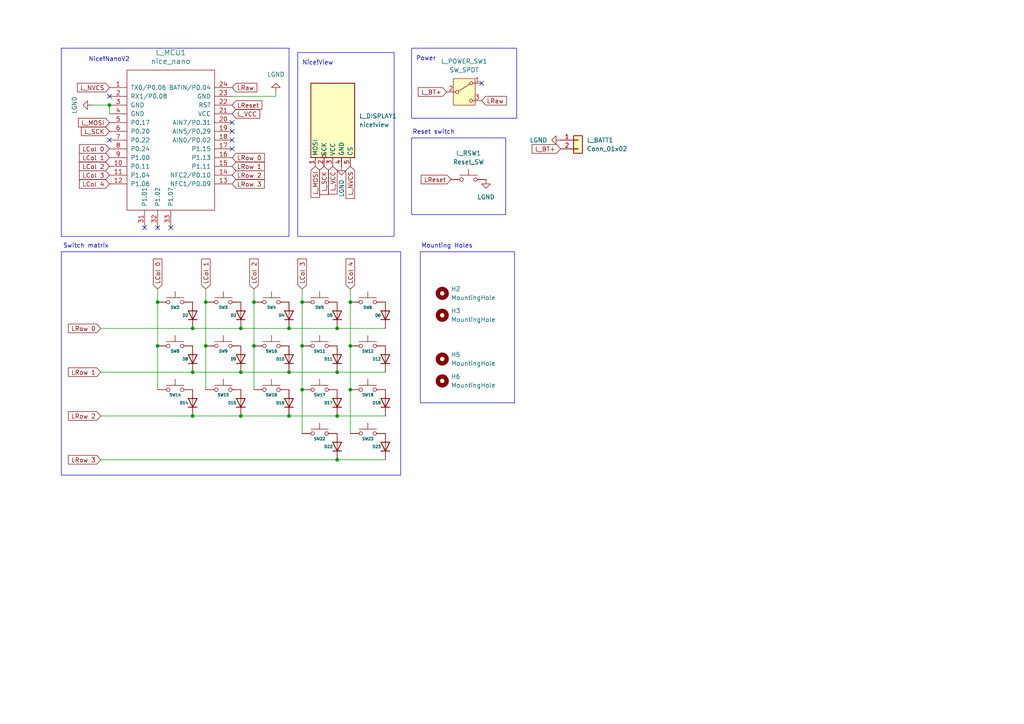
<source format=kicad_sch>
(kicad_sch (version 20231120) (generator "eeschema") (generator_version "8.0")
  (paper "A4")
  (lib_symbols
    (symbol "Connector_Generic:Conn_01x02" (pin_names (offset 1.016) hide)
      (property "Reference" "J" (at 0 2.54 0))
      (property "Value" "Conn_01x02" (at 0 -5.08 0))
      (symbol "Conn_01x02_1_1"
        (rectangle (start -1.27 -2.413) (end 0 -2.667) (stroke (width 0.1524)))
        (rectangle (start -1.27 0.127) (end 0 -0.127) (stroke (width 0.1524)))
        (rectangle (start -1.27 1.27) (end 1.27 -3.81) (stroke (width 0.254)) (fill (type background)))
        (pin passive line (at -5.08 0 0) (length 3.81) (name "Pin_1") (number "1"))
        (pin passive line (at -5.08 -2.54 0) (length 3.81) (name "Pin_2") (number "2"))
      )
    )
    (symbol "Device:D" (pin_numbers hide) (pin_names (offset 1.016) hide)
      (property "Reference" "D" (at 0 2.54 0))
      (property "Value" "D" (at 0 -2.54 0))
      (symbol "D_0_1"
        (polyline (pts (xy -1.27 1.27) (xy -1.27 -1.27)) (stroke (width 0.254)))
        (polyline (pts (xy 1.27 0) (xy -1.27 0)))
        (polyline (pts (xy 1.27 1.27) (xy 1.27 -1.27) (xy -1.27 0) (xy 1.27 1.27)) (stroke (width 0.254)))
      )
      (symbol "D_1_1"
        (pin passive line (at -3.81 0 0) (length 2.54) (name "K") (number "1"))
        (pin passive line (at 3.81 0 180) (length 2.54) (name "A") (number "2"))
      )
    )
    (symbol "Mechanical:MountingHole" (pin_names (offset 1.016)) (exclude_from_sim yes) (in_bom no)
      (property "Reference" "H" (at 0 5.08 0))
      (property "Value" "MountingHole" (at 0 3.175 0))
      (symbol "MountingHole_0_1"
        (circle (center 0 0) (radius 1.27) (stroke (width 1.27)))
      )
    )
    (symbol "Switch:SW_Push" (pin_numbers hide) (pin_names (offset 1.016) hide)
      (property "Reference" "SW" (at 1.27 2.54 0))
      (property "Value" "SW_Push" (at 0 -1.524 0))
      (symbol "SW_Push_0_1"
        (circle (center -2.032 0) (radius 0.508))
        (polyline (pts (xy 0 1.27) (xy 0 3.048)))
        (polyline (pts (xy 2.54 1.27) (xy -2.54 1.27)))
        (circle (center 2.032 0) (radius 0.508))
        (pin passive line (at -5.08 0 0) (length 2.54) (name "1") (number "1"))
        (pin passive line (at 5.08 0 180) (length 2.54) (name "2") (number "2"))
      )
    )
    (symbol "Switch:SW_SPDT" (pin_names (offset 0) hide)
      (property "Reference" "SW" (at 0 5.08 0))
      (property "Value" "SW_SPDT" (at 0 -5.08 0))
      (symbol "SW_SPDT_0_1"
        (circle (center -2.032 0) (radius 0.4572))
        (polyline (pts (xy -1.651 0.254) (xy 1.651 2.286)))
        (circle (center 2.032 -2.54) (radius 0.4572))
        (circle (center 2.032 2.54) (radius 0.4572))
      )
      (symbol "SW_SPDT_1_1"
        (rectangle (start -3.175 3.81) (end 3.175 -3.81) (fill (type background)))
        (pin passive line (at 5.08 2.54 180) (length 2.54) (name "A") (number "1"))
        (pin passive line (at -5.08 0 0) (length 2.54) (name "B") (number "2"))
        (pin passive line (at 5.08 -2.54 180) (length 2.54) (name "C") (number "3"))
      )
    )
    (symbol "nice_nano:nice!view"
      (property "Reference" "Display1" (at -3.81 1.2669 0))
      (property "Value" "nice!view" (at -3.81 -1.27 0))
      (symbol "nice!view_0_1"
        (rectangle (start -6.35 11.43) (end 6.35 -10.16) (stroke (width 0.254)) (fill (type background)))
      )
      (symbol "nice!view_1_1"
        (pin input line (at -5.08 -12.7 90) (length 2.54) (name "MOSI") (number "1"))
        (pin input clock (at -2.54 -12.7 90) (length 2.54) (name "SCK") (number "2"))
        (pin power_in line (at 0 -12.7 90) (length 2.54) (name "VCC") (number "3"))
        (pin power_out line (at 2.54 -12.7 90) (length 2.54) (name "GND") (number "4"))
        (pin passive line (at 5.08 -12.7 90) (length 2.54) (name "CS") (number "5"))
      )
    )
    (symbol "nice_nano:nice_nano" (pin_names (offset 1.016))
      (property "Reference" "U1" (at 0 23.4539 0))
      (property "Value" "nice_nano" (at 0 20.1749 0))
      (symbol "nice_nano_0_1"
        (rectangle (start -12.7 -21.59) (end 12.7 19.05))
      )
      (symbol "nice_nano_1_1"
        (pin input line (at -17.78 13.97 0) (length 5.08) (name "TX0/P0.06") (number "1"))
        (pin input line (at -17.78 -8.89 0) (length 5.08) (name "P0.11") (number "10"))
        (pin input line (at -17.78 -11.43 0) (length 5.08) (name "P1.04") (number "11"))
        (pin input line (at -17.78 -13.97 0) (length 5.08) (name "P1.06") (number "12"))
        (pin input line (at 17.78 -13.97 180) (length 5.08) (name "NFC1/P0.09") (number "13"))
        (pin input line (at 17.78 -11.43 180) (length 5.08) (name "NFC2/P0.10") (number "14"))
        (pin input line (at 17.78 -8.89 180) (length 5.08) (name "P1.11") (number "15"))
        (pin input line (at 17.78 -6.35 180) (length 5.08) (name "P1.13") (number "16"))
        (pin input line (at 17.78 -3.81 180) (length 5.08) (name "P1.15") (number "17"))
        (pin input line (at 17.78 -1.27 180) (length 5.08) (name "AIN0/P0.02") (number "18"))
        (pin input line (at 17.78 1.27 180) (length 5.08) (name "AIN5/P0.29") (number "19"))
        (pin input line (at -17.78 11.43 0) (length 5.08) (name "RX1/P0.08") (number "2"))
        (pin input line (at 17.78 3.81 180) (length 5.08) (name "AIN7/P0.31") (number "20"))
        (pin input line (at 17.78 6.35 180) (length 5.08) (name "VCC") (number "21"))
        (pin input line (at 17.78 8.89 180) (length 5.08) (name "RST") (number "22"))
        (pin input line (at 17.78 11.43 180) (length 5.08) (name "GND") (number "23"))
        (pin input line (at 17.78 13.97 180) (length 5.08) (name "BATIN/P0.04") (number "24"))
        (pin input line (at -17.78 8.89 0) (length 5.08) (name "GND") (number "3"))
        (pin input line (at -7.62 -26.67 90) (length 5.08) (name "P1.01") (number "31"))
        (pin input line (at -3.81 -26.67 90) (length 5.08) (name "P1.02") (number "32"))
        (pin input line (at 0 -26.67 90) (length 5.08) (name "P1.07") (number "33"))
        (pin input line (at -17.78 6.35 0) (length 5.08) (name "GND") (number "4"))
        (pin input line (at -17.78 3.81 0) (length 5.08) (name "P0.17") (number "5"))
        (pin input line (at -17.78 1.27 0) (length 5.08) (name "P0.20") (number "6"))
        (pin input line (at -17.78 -1.27 0) (length 5.08) (name "P0.22") (number "7"))
        (pin input line (at -17.78 -3.81 0) (length 5.08) (name "P0.24") (number "8"))
        (pin input line (at -17.78 -6.35 0) (length 5.08) (name "P1.00") (number "9"))
      )
    )
    (symbol "power:GND" (power) (pin_numbers hide) (pin_names (offset 0) hide)
      (property "Value" "GND" (at 0 -3.81 0))
      (symbol "GND_0_1"
        (polyline (pts (xy 0 0) (xy 0 -1.27) (xy 1.27 -1.27) (xy 0 -2.54) (xy -1.27 -1.27) (xy 0 -1.27)))
      )
      (symbol "GND_1_1"
        (pin power_in line (at 0 0 270) (length 0) (name "~") (number "1"))
      )
    )
  )
  (junction (at 83.82 95.25))
  (junction (at 101.6 100.33))
  (junction (at 45.72 87.63))
  (junction (at 83.82 120.65))
  (junction (at 55.88 107.95))
  (junction (at 73.66 100.33))
  (junction (at 55.88 120.65))
  (junction (at 69.85 107.95))
  (junction (at 97.79 107.95))
  (junction (at 97.79 120.65))
  (junction (at 59.69 87.63))
  (junction (at 101.6 113.03))
  (junction (at 59.69 100.33))
  (junction (at 73.66 87.63))
  (junction (at 55.88 95.25))
  (junction (at 45.72 100.33))
  (junction (at 97.79 133.35))
  (junction (at 83.82 107.95))
  (junction (at 69.85 95.25))
  (junction (at 87.63 113.03))
  (junction (at 87.63 100.33))
  (junction (at 97.79 95.25))
  (junction (at 69.85 120.65))
  (junction (at 101.6 87.63))
  (junction (at 31.75 30.48))
  (junction (at 87.63 87.63))
  (no_connect (at 31.75 27.94))
  (no_connect (at 45.72 66.04))
  (no_connect (at 67.31 40.64))
  (no_connect (at 67.31 43.18))
  (no_connect (at 67.31 38.1))
  (no_connect (at 49.53 66.04))
  (no_connect (at 67.31 35.56))
  (no_connect (at 31.75 40.64))
  (no_connect (at 41.91 66.04))
  (no_connect (at 139.7 24.13))
  (wire (pts (xy 59.69 83.82) (xy 59.69 87.63)))
  (wire (pts (xy 97.79 120.65) (xy 111.76 120.65)))
  (wire (pts (xy 55.88 95.25) (xy 69.85 95.25)))
  (wire (pts (xy 80.01 27.94) (xy 80.01 26.67)))
  (wire (pts (xy 55.88 120.65) (xy 69.85 120.65)))
  (wire (pts (xy 45.72 87.63) (xy 45.72 100.33)))
  (wire (pts (xy 87.63 83.82) (xy 87.63 87.63)))
  (wire (pts (xy 101.6 113.03) (xy 101.6 125.73)))
  (wire (pts (xy 101.6 83.82) (xy 101.6 87.63)))
  (wire (pts (xy 83.82 107.95) (xy 97.79 107.95)))
  (wire (pts (xy 59.69 87.63) (xy 59.69 100.33)))
  (wire (pts (xy 69.85 120.65) (xy 83.82 120.65)))
  (wire (pts (xy 69.85 95.25) (xy 83.82 95.25)))
  (wire (pts (xy 97.79 95.25) (xy 111.76 95.25)))
  (wire (pts (xy 97.79 107.95) (xy 111.76 107.95)))
  (wire (pts (xy 101.6 100.33) (xy 101.6 113.03)))
  (wire (pts (xy 101.6 87.63) (xy 101.6 100.33)))
  (wire (pts (xy 55.88 107.95) (xy 69.85 107.95)))
  (wire (pts (xy 45.72 100.33) (xy 45.72 113.03)))
  (wire (pts (xy 26.67 30.48) (xy 31.75 30.48)))
  (wire (pts (xy 69.85 107.95) (xy 83.82 107.95)))
  (wire (pts (xy 29.21 107.95) (xy 55.88 107.95)))
  (wire (pts (xy 73.66 83.82) (xy 73.66 87.63)))
  (wire (pts (xy 45.72 83.82) (xy 45.72 87.63)))
  (wire (pts (xy 83.82 95.25) (xy 97.79 95.25)))
  (wire (pts (xy 87.63 87.63) (xy 87.63 100.33)))
  (wire (pts (xy 87.63 100.33) (xy 87.63 113.03)))
  (wire (pts (xy 67.31 27.94) (xy 80.01 27.94)))
  (wire (pts (xy 83.82 120.65) (xy 97.79 120.65)))
  (wire (pts (xy 97.79 133.35) (xy 111.76 133.35)))
  (wire (pts (xy 73.66 87.63) (xy 73.66 100.33)))
  (wire (pts (xy 87.63 113.03) (xy 87.63 125.73)))
  (wire (pts (xy 29.21 133.35) (xy 97.79 133.35)))
  (wire (pts (xy 59.69 100.33) (xy 59.69 113.03)))
  (wire (pts (xy 73.66 100.33) (xy 73.66 113.03)))
  (wire (pts (xy 29.21 120.65) (xy 55.88 120.65)))
  (wire (pts (xy 29.21 95.25) (xy 55.88 95.25)))
  (wire (pts (xy 31.75 33.02) (xy 31.75 30.48)))
  (rectangle (start 119.38 13.97) (end 149.86 34.29))
  (rectangle (start 17.78 13.97) (end 83.82 68.58))
  (rectangle (start 119.38 40.005) (end 146.685 62.23))
  (rectangle (start 86.36 15.24) (end 114.3 68.58))
  (rectangle (start 121.92 73.025) (end 149.225 116.84))
  (rectangle (start 17.78 73.025) (end 116.205 137.795))
  (text "Switch matrix" (at 18.288 72.136 0) (effects (font (size 1.27 1.27)) (justify left bottom)))
  (text "Nice!View\n" (at 87.63 19.05 0) (effects (font (size 1.27 1.27)) (justify left bottom)))
  (text "Mounting Holes" (at 122.174 72.136 0) (effects (font (size 1.27 1.27)) (justify left bottom)))
  (text "Nice!NanoV2\n" (at 25.654 18.034 0) (effects (font (size 1.27 1.27)) (justify left bottom)))
  (text "Power" (at 120.65 17.78 0) (effects (font (size 1.27 1.27)) (justify left bottom)))
  (text "Reset switch" (at 119.634 39.116 0) (effects (font (size 1.27 1.27)) (justify left bottom)))
  (global_label "LRow 1" (shape input) (at 67.31 48.26 0) (property "Intersheetrefs" "${INTERSHEET_REFS}" (effects (hide yes))))
  (global_label "L_VCC" (shape input) (at 96.52 48.26 270) (property "Intersheetrefs" "${INTERSHEET_REFS}" (effects (hide yes))))
  (global_label "LRow 2" (shape input) (at 29.21 120.65 180) (property "Intersheetrefs" "${INTERSHEET_REFS}" (effects (hide yes))))
  (global_label "LCol 1" (shape input) (at 31.75 45.72 180) (property "Intersheetrefs" "${INTERSHEET_REFS}" (effects (hide yes))))
  (global_label "LRaw" (shape input) (at 139.7 29.21 0) (property "Intersheetrefs" "${INTERSHEET_REFS}" (effects (hide yes))))
  (global_label "LRow 3" (shape input) (at 67.31 53.34 0) (property "Intersheetrefs" "${INTERSHEET_REFS}" (effects (hide yes))))
  (global_label "L_MOSI" (shape input) (at 31.75 35.56 180) (property "Intersheetrefs" "${INTERSHEET_REFS}" (effects (hide yes))))
  (global_label "LCol 4" (shape input) (at 31.75 53.34 180) (property "Intersheetrefs" "${INTERSHEET_REFS}" (effects (hide yes))))
  (global_label "LCol 2" (shape input) (at 73.66 83.82 90) (property "Intersheetrefs" "${INTERSHEET_REFS}" (effects (hide yes))))
  (global_label "LRow 3" (shape input) (at 29.21 133.35 180) (property "Intersheetrefs" "${INTERSHEET_REFS}" (effects (hide yes))))
  (global_label "LCol 4" (shape input) (at 101.6 83.82 90) (property "Intersheetrefs" "${INTERSHEET_REFS}" (effects (hide yes))))
  (global_label "LCol 2" (shape input) (at 31.75 48.26 180) (property "Intersheetrefs" "${INTERSHEET_REFS}" (effects (hide yes))))
  (global_label "L_BT+" (shape input) (at 162.56 43.18 180) (property "Intersheetrefs" "${INTERSHEET_REFS}" (effects (hide yes))))
  (global_label "L_BT+" (shape input) (at 129.54 26.67 180) (property "Intersheetrefs" "${INTERSHEET_REFS}" (effects (hide yes))))
  (global_label "LReset" (shape input) (at 130.81 52.07 180) (property "Intersheetrefs" "${INTERSHEET_REFS}" (effects (hide yes))))
  (global_label "LRaw" (shape input) (at 67.31 25.4 0) (property "Intersheetrefs" "${INTERSHEET_REFS}" (effects (hide yes))))
  (global_label "LCol 0" (shape input) (at 45.72 83.82 90) (property "Intersheetrefs" "${INTERSHEET_REFS}" (effects (hide yes))))
  (global_label "LCol 3" (shape input) (at 31.75 50.8 180) (property "Intersheetrefs" "${INTERSHEET_REFS}" (effects (hide yes))))
  (global_label "LRow 0" (shape input) (at 67.31 45.72 0) (property "Intersheetrefs" "${INTERSHEET_REFS}" (effects (hide yes))))
  (global_label "L_NVCS" (shape input) (at 101.6 48.26 270) (property "Intersheetrefs" "${INTERSHEET_REFS}" (effects (hide yes))))
  (global_label "LCol 0" (shape input) (at 31.75 43.18 180) (property "Intersheetrefs" "${INTERSHEET_REFS}" (effects (hide yes))))
  (global_label "LRow 2" (shape input) (at 67.31 50.8 0) (property "Intersheetrefs" "${INTERSHEET_REFS}" (effects (hide yes))))
  (global_label "L_SCK" (shape input) (at 31.75 38.1 180) (property "Intersheetrefs" "${INTERSHEET_REFS}" (effects (hide yes))))
  (global_label "LRow 1" (shape input) (at 29.21 107.95 180) (property "Intersheetrefs" "${INTERSHEET_REFS}" (effects (hide yes))))
  (global_label "L_VCC" (shape input) (at 67.31 33.02 0) (property "Intersheetrefs" "${INTERSHEET_REFS}" (effects (hide yes))))
  (global_label "LCol 1" (shape input) (at 59.69 83.82 90) (property "Intersheetrefs" "${INTERSHEET_REFS}" (effects (hide yes))))
  (global_label "LReset" (shape input) (at 67.31 30.48 0) (property "Intersheetrefs" "${INTERSHEET_REFS}" (effects (hide yes))))
  (global_label "L_SCK" (shape input) (at 93.98 48.26 270) (property "Intersheetrefs" "${INTERSHEET_REFS}" (effects (hide yes))))
  (global_label "LCol 3" (shape input) (at 87.63 83.82 90) (property "Intersheetrefs" "${INTERSHEET_REFS}" (effects (hide yes))))
  (global_label "L_MOSI" (shape input) (at 91.44 48.26 270) (property "Intersheetrefs" "${INTERSHEET_REFS}" (effects (hide yes))))
  (global_label "L_NVCS" (shape input) (at 31.75 25.4 180) (property "Intersheetrefs" "${INTERSHEET_REFS}" (effects (hide yes))))
  (global_label "LRow 0" (shape input) (at 29.21 95.25 180) (property "Intersheetrefs" "${INTERSHEET_REFS}" (effects (hide yes))))
  (symbol (lib_id "Switch:SW_Push") (at 92.71 100.33 0) (unit 1)
    (property "Reference" "SW11" (at 92.71 101.854 0) (effects (font (size 0.8128 0.8128))))
    (property "Value" "SW_Push" (effects (hide yes)))
    (property "Footprint" "axseem:SW_MX_Choc-v1v2_Hotswap" (effects (hide yes)))
    (property "Description" "Push button switch, generic, two pins" (effects (hide yes)))
  )
  (symbol (lib_id "Switch:SW_Push") (at 64.77 100.33 0) (unit 1)
    (property "Reference" "SW9" (at 64.77 101.854 0) (effects (font (size 0.8128 0.8128))))
    (property "Value" "SW_Push" (effects (hide yes)))
    (property "Footprint" "axseem:SW_MX_Choc-v1v2_Hotswap" (effects (hide yes)))
    (property "Description" "Push button switch, generic, two pins" (effects (hide yes)))
  )
  (symbol (lib_id "Switch:SW_Push") (at 64.77 113.03 0) (unit 1)
    (property "Reference" "SW15" (at 64.77 114.554 0) (effects (font (size 0.8128 0.8128))))
    (property "Value" "SW_Push" (effects (hide yes)))
    (property "Footprint" "axseem:SW_MX_Choc-v1v2_Hotswap" (effects (hide yes)))
    (property "Description" "Push button switch, generic, two pins" (effects (hide yes)))
  )
  (symbol (lib_id "power:GND") (at 99.06 48.26 0) (unit 1)
    (property "Reference" "#PWR05" (effects (hide yes)))
    (property "Value" "LGND" (at 99.0599 52.07 90) (effects (justify right)))
    (property "Description" "Power symbol creates a global label with name \"GND\" , ground" (effects (hide yes)))
  )
  (symbol (lib_id "power:GND") (at 140.97 52.07 0) (unit 1)
    (property "Reference" "#PWR09" (effects (hide yes)))
    (property "Value" "LGND" (at 140.97 57.15 0))
    (property "Description" "Power symbol creates a global label with name \"GND\" , ground" (effects (hide yes)))
  )
  (symbol (lib_id "Switch:SW_Push") (at 106.68 100.33 0) (unit 1)
    (property "Reference" "SW12" (at 106.68 101.854 0) (effects (font (size 0.8128 0.8128))))
    (property "Value" "SW_Push" (effects (hide yes)))
    (property "Footprint" "axseem:SW_MX_Choc-v1v2_Hotswap" (effects (hide yes)))
    (property "Description" "Push button switch, generic, two pins" (effects (hide yes)))
  )
  (symbol (lib_id "Mechanical:MountingHole") (at 128.27 85.09 0) (unit 1) (exclude_from_sim yes) (in_bom no)
    (property "Reference" "H2" (at 130.81 83.8199 0) (effects (justify left)))
    (property "Value" "MountingHole" (at 130.81 86.3599 0) (effects (justify left)))
    (property "Footprint" "MountingHole:MountingHole_2.2mm_M2" (effects (hide yes)))
    (property "Description" "Mounting Hole without connection" (effects (hide yes)))
  )
  (symbol (lib_id "Switch:SW_SPDT") (at 134.62 26.67 0) (unit 1)
    (property "Reference" "L_POWER_SW1" (at 134.62 17.78 0))
    (property "Value" "SW_SPDT" (at 134.62 20.32 0))
    (property "Footprint" "axseem:smt-slider-switch" (effects (hide yes)))
    (property "Description" "Switch, single pole double throw" (effects (hide yes)))
  )
  (symbol (lib_id "Switch:SW_Push") (at 106.68 113.03 0) (unit 1)
    (property "Reference" "SW18" (at 106.68 114.554 0) (effects (font (size 0.8128 0.8128))))
    (property "Value" "SW_Push" (effects (hide yes)))
    (property "Footprint" "axseem:SW_MX_Choc-v1v2_Hotswap" (effects (hide yes)))
    (property "Description" "Push button switch, generic, two pins" (effects (hide yes)))
  )
  (symbol (lib_id "power:GND") (at 162.56 40.64 270) (unit 1)
    (property "Reference" "#PWR04" (effects (hide yes)))
    (property "Value" "LGND" (at 158.75 40.6399 90) (effects (justify right)))
    (property "Description" "Power symbol creates a global label with name \"GND\" , ground" (effects (hide yes)))
  )
  (symbol (lib_id "Device:D") (at 111.76 91.44 90) (unit 1)
    (property "Reference" "D6" (at 110.49 91.44 90) (effects (font (size 0.8128 0.8128)) (justify left)))
    (property "Value" "D" (effects (hide yes)))
    (property "Footprint" "axseem:D_SOD-123_Handsoldering" (effects (hide yes)))
    (property "Description" "Diode" (effects (hide yes)))
    (property "Sim.Device" "D" (effects (hide yes)))
    (property "Sim.Pins" "1=K 2=A" (effects (hide yes)))
  )
  (symbol (lib_id "Mechanical:MountingHole") (at 128.27 110.49 0) (unit 1) (exclude_from_sim yes) (in_bom no)
    (property "Reference" "H6" (at 130.81 109.2199 0) (effects (justify left)))
    (property "Value" "MountingHole" (at 130.81 111.7599 0) (effects (justify left)))
    (property "Footprint" "MountingHole:MountingHole_2.2mm_M2" (effects (hide yes)))
    (property "Description" "Mounting Hole without connection" (effects (hide yes)))
  )
  (symbol (lib_id "power:GND") (at 80.01 26.67 180) (unit 1)
    (property "Reference" "#PWR011" (effects (hide yes)))
    (property "Value" "LGND" (at 80.01 21.59 0))
    (property "Description" "Power symbol creates a global label with name \"GND\" , ground" (effects (hide yes)))
  )
  (symbol (lib_id "Device:D") (at 83.82 104.14 90) (unit 1)
    (property "Reference" "D10" (at 82.55 104.14 90) (effects (font (size 0.8128 0.8128)) (justify left)))
    (property "Value" "D" (effects (hide yes)))
    (property "Footprint" "axseem:D_SOD-123_Handsoldering" (effects (hide yes)))
    (property "Description" "Diode" (effects (hide yes)))
    (property "Sim.Device" "D" (effects (hide yes)))
    (property "Sim.Pins" "1=K 2=A" (effects (hide yes)))
  )
  (symbol (lib_id "Device:D") (at 55.88 104.14 90) (unit 1)
    (property "Reference" "D8" (at 54.61 104.14 90) (effects (font (size 0.8128 0.8128)) (justify left)))
    (property "Value" "D" (effects (hide yes)))
    (property "Footprint" "axseem:D_SOD-123_Handsoldering" (effects (hide yes)))
    (property "Description" "Diode" (effects (hide yes)))
    (property "Sim.Device" "D" (effects (hide yes)))
    (property "Sim.Pins" "1=K 2=A" (effects (hide yes)))
  )
  (symbol (lib_id "Switch:SW_Push") (at 64.77 87.63 0) (unit 1)
    (property "Reference" "SW3" (at 64.77 89.154 0) (effects (font (size 0.8128 0.8128))))
    (property "Value" "SW_Push" (effects (hide yes)))
    (property "Footprint" "axseem:SW_MX_Choc-v1v2_Hotswap" (effects (hide yes)))
    (property "Description" "Push button switch, generic, two pins" (effects (hide yes)))
  )
  (symbol (lib_id "Switch:SW_Push") (at 78.74 113.03 0) (unit 1)
    (property "Reference" "SW16" (at 78.74 114.554 0) (effects (font (size 0.8128 0.8128))))
    (property "Value" "SW_Push" (effects (hide yes)))
    (property "Footprint" "axseem:SW_MX_Choc-v1v2_Hotswap" (effects (hide yes)))
    (property "Description" "Push button switch, generic, two pins" (effects (hide yes)))
  )
  (symbol (lib_id "Switch:SW_Push") (at 106.68 125.73 0) (unit 1)
    (property "Reference" "SW23" (at 106.68 127.254 0) (effects (font (size 0.8128 0.8128))))
    (property "Value" "SW_Push" (effects (hide yes)))
    (property "Footprint" "axseem:SW_MX_Choc-v1v2_Hotswap" (effects (hide yes)))
    (property "Description" "Push button switch, generic, two pins" (effects (hide yes)))
  )
  (symbol (lib_id "Connector_Generic:Conn_01x02") (at 167.64 40.64 0) (unit 1)
    (property "Reference" "L_BATT1" (at 170.18 40.6399 0) (effects (justify left)))
    (property "Value" "Conn_01x02" (at 170.18 43.1799 0) (effects (justify left)))
    (property "Footprint" "Connector_JST:JST_PH_S2B-PH-K_1x02_P2.00mm_Horizontal" (effects (hide yes)))
    (property "Description" "Generic connector, single row, 01x02, script generated (kicad-library-utils/schlib/autogen/connector/)" (effects (hide yes)))
  )
  (symbol (lib_id "Mechanical:MountingHole") (at 128.27 104.14 0) (unit 1) (exclude_from_sim yes) (in_bom no)
    (property "Reference" "H5" (at 130.81 102.8699 0) (effects (justify left)))
    (property "Value" "MountingHole" (at 130.81 105.4099 0) (effects (justify left)))
    (property "Footprint" "MountingHole:MountingHole_2.2mm_M2" (effects (hide yes)))
    (property "Description" "Mounting Hole without connection" (effects (hide yes)))
  )
  (symbol (lib_id "power:GND") (at 26.67 30.48 270) (unit 1)
    (property "Reference" "#PWR021" (effects (hide yes)))
    (property "Value" "LGND" (at 21.59 30.48 0))
    (property "Description" "Power symbol creates a global label with name \"GND\" , ground" (effects (hide yes)))
  )
  (symbol (lib_id "Switch:SW_Push") (at 92.71 125.73 0) (unit 1)
    (property "Reference" "SW22" (at 92.71 127.254 0) (effects (font (size 0.8128 0.8128))))
    (property "Value" "SW_Push" (effects (hide yes)))
    (property "Footprint" "axseem:SW_MX_Choc-v1v2_Hotswap" (effects (hide yes)))
    (property "Description" "Push button switch, generic, two pins" (effects (hide yes)))
  )
  (symbol (lib_id "Device:D") (at 111.76 129.54 90) (unit 1)
    (property "Reference" "D23" (at 110.49 129.54 90) (effects (font (size 0.8128 0.8128)) (justify left)))
    (property "Value" "D" (effects (hide yes)))
    (property "Footprint" "axseem:D_SOD-123_Handsoldering" (effects (hide yes)))
    (property "Description" "Diode" (effects (hide yes)))
    (property "Sim.Device" "D" (effects (hide yes)))
    (property "Sim.Pins" "1=K 2=A" (effects (hide yes)))
  )
  (symbol (lib_id "Switch:SW_Push") (at 50.8 100.33 0) (unit 1)
    (property "Reference" "SW8" (at 50.8 101.854 0) (effects (font (size 0.8128 0.8128))))
    (property "Value" "SW_Push" (effects (hide yes)))
    (property "Footprint" "axseem:SW_MX_Choc-v1v2_Hotswap" (effects (hide yes)))
    (property "Description" "Push button switch, generic, two pins" (effects (hide yes)))
  )
  (symbol (lib_id "Device:D") (at 97.79 91.44 90) (unit 1)
    (property "Reference" "D5" (at 96.52 91.44 90) (effects (font (size 0.8128 0.8128)) (justify left)))
    (property "Value" "D" (effects (hide yes)))
    (property "Footprint" "axseem:D_SOD-123_Handsoldering" (effects (hide yes)))
    (property "Description" "Diode" (effects (hide yes)))
    (property "Sim.Device" "D" (effects (hide yes)))
    (property "Sim.Pins" "1=K 2=A" (effects (hide yes)))
  )
  (symbol (lib_id "nice_nano:nice!view") (at 96.52 35.56 0) (unit 1)
    (property "Reference" "L_DISPLAY1" (at 104.14 33.6549 0) (effects (justify left)))
    (property "Value" "nice!view" (at 104.14 36.1949 0) (effects (justify left)))
    (property "Footprint" "axseem:nice_view" (effects (hide yes)))
    (property "Datasheet" "https://nicekeyboards.com/docs/nice-view/pinout-schematic" (effects (hide yes)))
  )
  (symbol (lib_id "Device:D") (at 111.76 104.14 90) (unit 1)
    (property "Reference" "D12" (at 110.49 104.14 90) (effects (font (size 0.8128 0.8128)) (justify left)))
    (property "Value" "D" (effects (hide yes)))
    (property "Footprint" "axseem:D_SOD-123_Handsoldering" (effects (hide yes)))
    (property "Description" "Diode" (effects (hide yes)))
    (property "Sim.Device" "D" (effects (hide yes)))
    (property "Sim.Pins" "1=K 2=A" (effects (hide yes)))
  )
  (symbol (lib_id "Device:D") (at 83.82 91.44 90) (unit 1)
    (property "Reference" "D4" (at 82.55 91.44 90) (effects (font (size 0.8128 0.8128)) (justify left)))
    (property "Value" "D" (effects (hide yes)))
    (property "Footprint" "axseem:D_SOD-123_Handsoldering" (effects (hide yes)))
    (property "Description" "Diode" (effects (hide yes)))
    (property "Sim.Device" "D" (effects (hide yes)))
    (property "Sim.Pins" "1=K 2=A" (effects (hide yes)))
  )
  (symbol (lib_id "Device:D") (at 55.88 91.44 90) (unit 1)
    (property "Reference" "D2" (at 54.61 91.44 90) (effects (font (size 0.8128 0.8128)) (justify left)))
    (property "Value" "D" (effects (hide yes)))
    (property "Footprint" "axseem:D_SOD-123_Handsoldering" (effects (hide yes)))
    (property "Description" "Diode" (effects (hide yes)))
    (property "Sim.Device" "D" (effects (hide yes)))
    (property "Sim.Pins" "1=K 2=A" (effects (hide yes)))
  )
  (symbol (lib_id "Switch:SW_Push") (at 92.71 87.63 0) (unit 1)
    (property "Reference" "SW5" (at 92.71 89.154 0) (effects (font (size 0.8128 0.8128))))
    (property "Value" "SW_Push" (effects (hide yes)))
    (property "Footprint" "axseem:SW_MX_Choc-v1v2_Hotswap" (effects (hide yes)))
    (property "Description" "Push button switch, generic, two pins" (effects (hide yes)))
  )
  (symbol (lib_id "nice_nano:nice_nano") (at 49.53 39.37 0) (unit 1)
    (property "Reference" "L_MCU1" (at 49.53 15.24 0) (effects (font (size 1.524 1.524))))
    (property "Value" "nice_nano" (at 49.53 17.78 0) (effects (font (size 1.524 1.524))))
    (property "Footprint" "axseem:nice_nano" (effects (hide yes)))
  )
  (symbol (lib_id "Device:D") (at 97.79 116.84 90) (unit 1)
    (property "Reference" "D17" (at 96.52 116.84 90) (effects (font (size 0.8128 0.8128)) (justify left)))
    (property "Value" "D" (effects (hide yes)))
    (property "Footprint" "axseem:D_SOD-123_Handsoldering" (effects (hide yes)))
    (property "Description" "Diode" (effects (hide yes)))
    (property "Sim.Device" "D" (effects (hide yes)))
    (property "Sim.Pins" "1=K 2=A" (effects (hide yes)))
  )
  (symbol (lib_id "Switch:SW_Push") (at 135.89 52.07 0) (unit 1)
    (property "Reference" "L_RSW1" (at 135.89 44.45 0))
    (property "Value" "Reset_SW" (at 135.89 46.99 0))
    (property "Footprint" "axseem:SMD_RESET" (effects (hide yes)))
    (property "Description" "Push button switch, generic, two pins" (effects (hide yes)))
  )
  (symbol (lib_id "Device:D") (at 69.85 116.84 90) (unit 1)
    (property "Reference" "D15" (at 68.58 116.84 90) (effects (font (size 0.8128 0.8128)) (justify left)))
    (property "Value" "D" (effects (hide yes)))
    (property "Footprint" "axseem:D_SOD-123_Handsoldering" (effects (hide yes)))
    (property "Description" "Diode" (effects (hide yes)))
    (property "Sim.Device" "D" (effects (hide yes)))
    (property "Sim.Pins" "1=K 2=A" (effects (hide yes)))
  )
  (symbol (lib_id "Switch:SW_Push") (at 78.74 100.33 0) (unit 1)
    (property "Reference" "SW10" (at 78.74 101.854 0) (effects (font (size 0.8128 0.8128))))
    (property "Value" "SW_Push" (effects (hide yes)))
    (property "Footprint" "axseem:SW_MX_Choc-v1v2_Hotswap" (effects (hide yes)))
    (property "Description" "Push button switch, generic, two pins" (effects (hide yes)))
  )
  (symbol (lib_id "Device:D") (at 111.76 116.84 90) (unit 1)
    (property "Reference" "D18" (at 110.49 116.84 90) (effects (font (size 0.8128 0.8128)) (justify left)))
    (property "Value" "D" (effects (hide yes)))
    (property "Footprint" "axseem:D_SOD-123_Handsoldering" (effects (hide yes)))
    (property "Description" "Diode" (effects (hide yes)))
    (property "Sim.Device" "D" (effects (hide yes)))
    (property "Sim.Pins" "1=K 2=A" (effects (hide yes)))
  )
  (symbol (lib_id "Device:D") (at 69.85 91.44 90) (unit 1)
    (property "Reference" "D3" (at 68.58 91.44 90) (effects (font (size 0.8128 0.8128)) (justify left)))
    (property "Value" "D" (effects (hide yes)))
    (property "Footprint" "axseem:D_SOD-123_Handsoldering" (effects (hide yes)))
    (property "Description" "Diode" (effects (hide yes)))
    (property "Sim.Device" "D" (effects (hide yes)))
    (property "Sim.Pins" "1=K 2=A" (effects (hide yes)))
  )
  (symbol (lib_id "Device:D") (at 69.85 104.14 90) (unit 1)
    (property "Reference" "D9" (at 68.58 104.14 90) (effects (font (size 0.8128 0.8128)) (justify left)))
    (property "Value" "D" (effects (hide yes)))
    (property "Footprint" "axseem:D_SOD-123_Handsoldering" (effects (hide yes)))
    (property "Description" "Diode" (effects (hide yes)))
    (property "Sim.Device" "D" (effects (hide yes)))
    (property "Sim.Pins" "1=K 2=A" (effects (hide yes)))
  )
  (symbol (lib_id "Device:D") (at 97.79 129.54 90) (unit 1)
    (property "Reference" "D22" (at 96.52 129.54 90) (effects (font (size 0.8128 0.8128)) (justify left)))
    (property "Value" "D" (effects (hide yes)))
    (property "Footprint" "axseem:D_SOD-123_Handsoldering" (effects (hide yes)))
    (property "Description" "Diode" (effects (hide yes)))
    (property "Sim.Device" "D" (effects (hide yes)))
    (property "Sim.Pins" "1=K 2=A" (effects (hide yes)))
  )
  (symbol (lib_id "Switch:SW_Push") (at 106.68 87.63 0) (unit 1)
    (property "Reference" "SW6" (at 106.68 89.154 0) (effects (font (size 0.8128 0.8128))))
    (property "Value" "SW_Push" (effects (hide yes)))
    (property "Footprint" "axseem:SW_MX_Choc-v1v2_Hotswap" (effects (hide yes)))
    (property "Description" "Push button switch, generic, two pins" (effects (hide yes)))
  )
  (symbol (lib_id "Switch:SW_Push") (at 92.71 113.03 0) (unit 1)
    (property "Reference" "SW17" (at 92.71 114.554 0) (effects (font (size 0.8128 0.8128))))
    (property "Value" "SW_Push" (effects (hide yes)))
    (property "Footprint" "axseem:SW_MX_Choc-v1v2_Hotswap" (effects (hide yes)))
    (property "Description" "Push button switch, generic, two pins" (effects (hide yes)))
  )
  (symbol (lib_id "Switch:SW_Push") (at 78.74 87.63 0) (unit 1)
    (property "Reference" "SW4" (at 78.74 89.154 0) (effects (font (size 0.8128 0.8128))))
    (property "Value" "SW_Push" (effects (hide yes)))
    (property "Footprint" "axseem:SW_MX_Choc-v1v2_Hotswap" (effects (hide yes)))
    (property "Description" "Push button switch, generic, two pins" (effects (hide yes)))
  )
  (symbol (lib_id "Device:D") (at 97.79 104.14 90) (unit 1)
    (property "Reference" "D11" (at 96.52 104.14 90) (effects (font (size 0.8128 0.8128)) (justify left)))
    (property "Value" "D" (effects (hide yes)))
    (property "Footprint" "axseem:D_SOD-123_Handsoldering" (effects (hide yes)))
    (property "Description" "Diode" (effects (hide yes)))
    (property "Sim.Device" "D" (effects (hide yes)))
    (property "Sim.Pins" "1=K 2=A" (effects (hide yes)))
  )
  (symbol (lib_id "Device:D") (at 55.88 116.84 90) (unit 1)
    (property "Reference" "D14" (at 54.61 116.84 90) (effects (font (size 0.8128 0.8128)) (justify left)))
    (property "Value" "D" (effects (hide yes)))
    (property "Footprint" "axseem:D_SOD-123_Handsoldering" (effects (hide yes)))
    (property "Description" "Diode" (effects (hide yes)))
    (property "Sim.Device" "D" (effects (hide yes)))
    (property "Sim.Pins" "1=K 2=A" (effects (hide yes)))
  )
  (symbol (lib_id "Switch:SW_Push") (at 50.8 87.63 0) (unit 1)
    (property "Reference" "SW2" (at 50.8 89.154 0) (effects (font (size 0.8128 0.8128))))
    (property "Value" "SW_Push" (effects (hide yes)))
    (property "Footprint" "axseem:SW_MX_Choc-v1v2_Hotswap" (effects (hide yes)))
    (property "Description" "Push button switch, generic, two pins" (effects (hide yes)))
  )
  (symbol (lib_id "Mechanical:MountingHole") (at 128.27 91.44 0) (unit 1) (exclude_from_sim yes) (in_bom no)
    (property "Reference" "H3" (at 130.81 90.1699 0) (effects (justify left)))
    (property "Value" "MountingHole" (at 130.81 92.7099 0) (effects (justify left)))
    (property "Footprint" "MountingHole:MountingHole_2.2mm_M2" (effects (hide yes)))
    (property "Description" "Mounting Hole without connection" (effects (hide yes)))
  )
  (symbol (lib_id "Switch:SW_Push") (at 50.8 113.03 0) (unit 1)
    (property "Reference" "SW14" (at 50.8 114.554 0) (effects (font (size 0.8128 0.8128))))
    (property "Value" "SW_Push" (effects (hide yes)))
    (property "Footprint" "axseem:SW_MX_Choc-v1v2_Hotswap" (effects (hide yes)))
    (property "Description" "Push button switch, generic, two pins" (effects (hide yes)))
  )
  (symbol (lib_id "Device:D") (at 83.82 116.84 90) (unit 1)
    (property "Reference" "D16" (at 82.55 116.84 90) (effects (font (size 0.8128 0.8128)) (justify left)))
    (property "Value" "D" (effects (hide yes)))
    (property "Footprint" "axseem:D_SOD-123_Handsoldering" (effects (hide yes)))
    (property "Description" "Diode" (effects (hide yes)))
    (property "Sim.Device" "D" (effects (hide yes)))
    (property "Sim.Pins" "1=K 2=A" (effects (hide yes)))
  )
)
</source>
